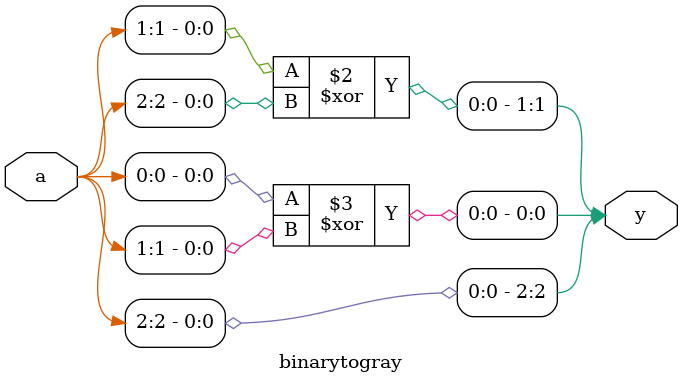
<source format=v>
module binarytogray(
    input [2:0] a,
    output reg [2:0] y
    );
    always @(*)
    begin
        /*case(a)
            3'b000:y=3'b000;
            3'b001:y=3'b001;
            3'b010:y=3'b011;
            3'b011:y=3'b010;
            3'b100:y=3'b110;
            3'b101:y=3'b111;
            3'b110:y=3'b101;
            3'b111:y=3'b100;
        endcase*/
        y[2]=a[2];
        y[1]=a[1]^a[2];
        y[0]=a[0]^a[1];
    end
endmodule

</source>
